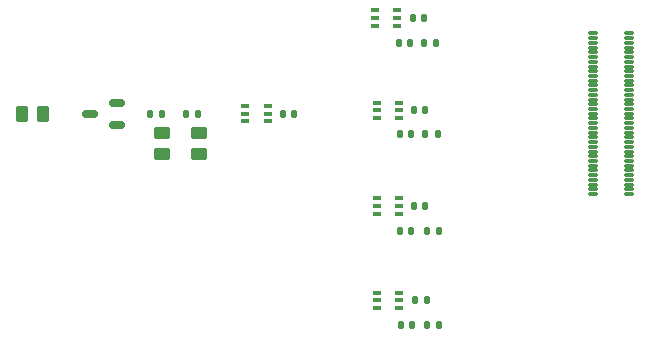
<source format=gbr>
%TF.GenerationSoftware,KiCad,Pcbnew,(7.0.0)*%
%TF.CreationDate,2023-12-14T15:04:28-05:00*%
%TF.ProjectId,singal-path-test-board,73696e67-616c-42d7-9061-74682d746573,rev?*%
%TF.SameCoordinates,Original*%
%TF.FileFunction,Paste,Top*%
%TF.FilePolarity,Positive*%
%FSLAX46Y46*%
G04 Gerber Fmt 4.6, Leading zero omitted, Abs format (unit mm)*
G04 Created by KiCad (PCBNEW (7.0.0)) date 2023-12-14 15:04:28*
%MOMM*%
%LPD*%
G01*
G04 APERTURE LIST*
G04 Aperture macros list*
%AMRoundRect*
0 Rectangle with rounded corners*
0 $1 Rounding radius*
0 $2 $3 $4 $5 $6 $7 $8 $9 X,Y pos of 4 corners*
0 Add a 4 corners polygon primitive as box body*
4,1,4,$2,$3,$4,$5,$6,$7,$8,$9,$2,$3,0*
0 Add four circle primitives for the rounded corners*
1,1,$1+$1,$2,$3*
1,1,$1+$1,$4,$5*
1,1,$1+$1,$6,$7*
1,1,$1+$1,$8,$9*
0 Add four rect primitives between the rounded corners*
20,1,$1+$1,$2,$3,$4,$5,0*
20,1,$1+$1,$4,$5,$6,$7,0*
20,1,$1+$1,$6,$7,$8,$9,0*
20,1,$1+$1,$8,$9,$2,$3,0*%
G04 Aperture macros list end*
%ADD10R,0.650000X0.400000*%
%ADD11RoundRect,0.135000X-0.135000X-0.185000X0.135000X-0.185000X0.135000X0.185000X-0.135000X0.185000X0*%
%ADD12RoundRect,0.250000X-0.450000X0.262500X-0.450000X-0.262500X0.450000X-0.262500X0.450000X0.262500X0*%
%ADD13RoundRect,0.250000X-0.262500X-0.450000X0.262500X-0.450000X0.262500X0.450000X-0.262500X0.450000X0*%
%ADD14RoundRect,0.010000X-0.340000X0.090000X-0.340000X-0.090000X0.340000X-0.090000X0.340000X0.090000X0*%
%ADD15RoundRect,0.150000X0.512500X0.150000X-0.512500X0.150000X-0.512500X-0.150000X0.512500X-0.150000X0*%
%ADD16RoundRect,0.140000X-0.140000X-0.170000X0.140000X-0.170000X0.140000X0.170000X-0.140000X0.170000X0*%
G04 APERTURE END LIST*
D10*
%TO.C,U5*%
X128149999Y-125149999D03*
X128149999Y-125799999D03*
X128149999Y-126449999D03*
X130049999Y-126449999D03*
X130049999Y-125799999D03*
X130049999Y-125149999D03*
%TD*%
%TO.C,U4*%
X128149999Y-109049999D03*
X128149999Y-109699999D03*
X128149999Y-110349999D03*
X130049999Y-110349999D03*
X130049999Y-109699999D03*
X130049999Y-109049999D03*
%TD*%
%TO.C,U3*%
X128149999Y-117149999D03*
X128149999Y-117799999D03*
X128149999Y-118449999D03*
X130049999Y-118449999D03*
X130049999Y-117799999D03*
X130049999Y-117149999D03*
%TD*%
%TO.C,U2*%
X127999999Y-101249999D03*
X127999999Y-101899999D03*
X127999999Y-102549999D03*
X129899999Y-102549999D03*
X129899999Y-101899999D03*
X129899999Y-101249999D03*
%TD*%
%TO.C,U1*%
X117049999Y-109349999D03*
X117049999Y-109999999D03*
X117049999Y-110649999D03*
X118949999Y-110649999D03*
X118949999Y-109999999D03*
X118949999Y-109349999D03*
%TD*%
D11*
%TO.C,R9*%
X132390000Y-127900000D03*
X133410000Y-127900000D03*
%TD*%
%TO.C,R8*%
X133310000Y-111700000D03*
X132290000Y-111700000D03*
%TD*%
%TO.C,R7*%
X132390000Y-119900000D03*
X133410000Y-119900000D03*
%TD*%
%TO.C,R6*%
X132190000Y-104000000D03*
X133210000Y-104000000D03*
%TD*%
D12*
%TO.C,R5*%
X110000000Y-113412500D03*
X110000000Y-111587500D03*
%TD*%
%TO.C,R4*%
X113100000Y-111587500D03*
X113100000Y-113412500D03*
%TD*%
D13*
%TO.C,R3*%
X98087500Y-110000000D03*
X99912500Y-110000000D03*
%TD*%
D11*
%TO.C,R2*%
X109000000Y-110000000D03*
X110020000Y-110000000D03*
%TD*%
%TO.C,R1*%
X112000000Y-110000000D03*
X113020000Y-110000000D03*
%TD*%
D14*
%TO.C,J2*%
X149540000Y-103200000D03*
X146460000Y-103200000D03*
X149540000Y-103600000D03*
X146460000Y-103600000D03*
X149540000Y-104000000D03*
X146460000Y-104000000D03*
X149540000Y-104400000D03*
X146460000Y-104400000D03*
X149540000Y-104800000D03*
X146460000Y-104800000D03*
X149540000Y-105200000D03*
X146460000Y-105200000D03*
X149540000Y-105600000D03*
X146460000Y-105600000D03*
X149540000Y-106000000D03*
X146460000Y-106000000D03*
X149540000Y-106400000D03*
X146460000Y-106400000D03*
X149540000Y-106800000D03*
X146460000Y-106800000D03*
X149540000Y-107200000D03*
X146460000Y-107200000D03*
X149540000Y-107600000D03*
X146460000Y-107600000D03*
X149540000Y-108000000D03*
X146460000Y-108000000D03*
X149540000Y-108400000D03*
X146460000Y-108400000D03*
X149540000Y-108800000D03*
X146460000Y-108800000D03*
X149540000Y-109200000D03*
X146460000Y-109200000D03*
X149540000Y-109600000D03*
X146460000Y-109600000D03*
X149540000Y-110000000D03*
X146460000Y-110000000D03*
X149540000Y-110400000D03*
X146460000Y-110400000D03*
X149540000Y-110800000D03*
X146460000Y-110800000D03*
X149540000Y-111200000D03*
X146460000Y-111200000D03*
X149540000Y-111600000D03*
X146460000Y-111600000D03*
X149540000Y-112000000D03*
X146460000Y-112000000D03*
X149540000Y-112400000D03*
X146460000Y-112400000D03*
X149540000Y-112800000D03*
X146460000Y-112800000D03*
X149540000Y-113200000D03*
X146460000Y-113200000D03*
X149540000Y-113600000D03*
X146460000Y-113600000D03*
X149540000Y-114000000D03*
X146460000Y-114000000D03*
X149540000Y-114400000D03*
X146460000Y-114400000D03*
X149540000Y-114800000D03*
X146460000Y-114800000D03*
X149540000Y-115200000D03*
X146460000Y-115200000D03*
X149540000Y-115600000D03*
X146460000Y-115600000D03*
X149540000Y-116000000D03*
X146460000Y-116000000D03*
X149540000Y-116400000D03*
X146460000Y-116400000D03*
X149540000Y-116800000D03*
X146460000Y-116800000D03*
%TD*%
D15*
%TO.C,D1*%
X103862500Y-110000000D03*
X106137500Y-109050000D03*
X106137500Y-110950000D03*
%TD*%
D16*
%TO.C,C9*%
X130200000Y-127900000D03*
X131160000Y-127900000D03*
%TD*%
%TO.C,C8*%
X130120000Y-111700000D03*
X131080000Y-111700000D03*
%TD*%
%TO.C,C7*%
X131420000Y-125800000D03*
X132380000Y-125800000D03*
%TD*%
%TO.C,C6*%
X132280000Y-109700000D03*
X131320000Y-109700000D03*
%TD*%
%TO.C,C5*%
X130120000Y-119900000D03*
X131080000Y-119900000D03*
%TD*%
%TO.C,C4*%
X130020000Y-104000000D03*
X130980000Y-104000000D03*
%TD*%
%TO.C,C3*%
X131320000Y-117800000D03*
X132280000Y-117800000D03*
%TD*%
%TO.C,C2*%
X131220000Y-101900000D03*
X132180000Y-101900000D03*
%TD*%
%TO.C,C1*%
X120220000Y-110000000D03*
X121180000Y-110000000D03*
%TD*%
M02*

</source>
